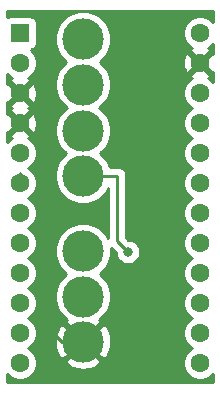
<source format=gbr>
%TF.GenerationSoftware,KiCad,Pcbnew,(5.1.10)-1*%
%TF.CreationDate,2023-06-15T14:08:20-05:00*%
%TF.ProjectId,1 Player,3120506c-6179-4657-922e-6b696361645f,rev?*%
%TF.SameCoordinates,Original*%
%TF.FileFunction,Copper,L1,Top*%
%TF.FilePolarity,Positive*%
%FSLAX46Y46*%
G04 Gerber Fmt 4.6, Leading zero omitted, Abs format (unit mm)*
G04 Created by KiCad (PCBNEW (5.1.10)-1) date 2023-06-15 14:08:20*
%MOMM*%
%LPD*%
G01*
G04 APERTURE LIST*
%TA.AperFunction,ComponentPad*%
%ADD10C,3.500000*%
%TD*%
%TA.AperFunction,ComponentPad*%
%ADD11C,1.600000*%
%TD*%
%TA.AperFunction,ComponentPad*%
%ADD12R,1.600000X1.600000*%
%TD*%
%TA.AperFunction,ViaPad*%
%ADD13C,0.800000*%
%TD*%
%TA.AperFunction,Conductor*%
%ADD14C,0.250000*%
%TD*%
%TA.AperFunction,Conductor*%
%ADD15C,0.254000*%
%TD*%
%TA.AperFunction,Conductor*%
%ADD16C,0.100000*%
%TD*%
G04 APERTURE END LIST*
D10*
%TO.P,PLAYER1,1*%
%TO.N,/VCC*%
X171704000Y-76708000D03*
%TO.P,PLAYER1,2*%
%TO.N,/CLOCK*%
X171704000Y-80568000D03*
%TO.P,PLAYER1,4*%
%TO.N,/DATA1*%
X171704000Y-88288000D03*
%TO.P,PLAYER1,3*%
%TO.N,/LATCH*%
X171704000Y-84468000D03*
%TO.P,PLAYER1,5*%
%TO.N,Net-(PLAYER1-Pad5)*%
X171704000Y-94668000D03*
%TO.P,PLAYER1,6*%
%TO.N,Net-(PLAYER1-Pad6)*%
X171704000Y-98518000D03*
%TO.P,PLAYER1,7*%
%TO.N,/GND*%
X171704000Y-102338000D03*
%TD*%
D11*
%TO.P,MCU1,24*%
%TO.N,Net-(MCU1-Pad24)*%
X181610000Y-76200000D03*
%TO.P,MCU1,23*%
%TO.N,/GND*%
X181610000Y-78740000D03*
%TO.P,MCU1,22*%
%TO.N,Net-(MCU1-Pad22)*%
X181610000Y-81280000D03*
%TO.P,MCU1,21*%
%TO.N,/VCC*%
X181610000Y-83820000D03*
%TO.P,MCU1,20*%
%TO.N,Net-(MCU1-Pad20)*%
X181610000Y-86360000D03*
%TO.P,MCU1,19*%
%TO.N,Net-(MCU1-Pad19)*%
X181610000Y-88900000D03*
%TO.P,MCU1,18*%
%TO.N,/DATA2*%
X181610000Y-91440000D03*
%TO.P,MCU1,17*%
%TO.N,/DATA1*%
X181610000Y-93980000D03*
%TO.P,MCU1,16*%
%TO.N,Net-(MCU1-Pad16)*%
X181610000Y-96520000D03*
%TO.P,MCU1,15*%
%TO.N,Net-(MCU1-Pad15)*%
X181610000Y-99060000D03*
%TO.P,MCU1,14*%
%TO.N,Net-(MCU1-Pad14)*%
X181610000Y-101600000D03*
%TO.P,MCU1,13*%
%TO.N,Net-(MCU1-Pad13)*%
X181610000Y-104140000D03*
%TO.P,MCU1,12*%
%TO.N,Net-(MCU1-Pad12)*%
X166370000Y-104140000D03*
%TO.P,MCU1,11*%
%TO.N,Net-(MCU1-Pad11)*%
X166370000Y-101600000D03*
%TO.P,MCU1,10*%
%TO.N,Net-(MCU1-Pad10)*%
X166370000Y-99060000D03*
%TO.P,MCU1,9*%
%TO.N,Net-(MCU1-Pad9)*%
X166370000Y-96520000D03*
%TO.P,MCU1,8*%
%TO.N,Net-(MCU1-Pad8)*%
X166370000Y-93980000D03*
%TO.P,MCU1,7*%
%TO.N,Net-(MCU1-Pad7)*%
X166370000Y-91440000D03*
%TO.P,MCU1,6*%
%TO.N,/CLOCK*%
X166370000Y-88900000D03*
%TO.P,MCU1,5*%
%TO.N,/LATCH*%
X166370000Y-86360000D03*
%TO.P,MCU1,4*%
%TO.N,/GND*%
X166370000Y-83820000D03*
%TO.P,MCU1,3*%
X166370000Y-81280000D03*
%TO.P,MCU1,2*%
%TO.N,Net-(MCU1-Pad2)*%
X166370000Y-78740000D03*
D12*
%TO.P,MCU1,1*%
%TO.N,Net-(MCU1-Pad1)*%
X166370000Y-76200000D03*
%TD*%
D13*
%TO.N,/DATA1*%
X175514000Y-94742000D03*
%TD*%
D14*
%TO.N,/GND*%
X171704000Y-102338000D02*
X169902000Y-102338000D01*
X169902000Y-102338000D02*
X168148000Y-100584000D01*
X168148000Y-85598000D02*
X166370000Y-83820000D01*
X168148000Y-100584000D02*
X168148000Y-85598000D01*
%TO.N,/DATA1*%
X174602000Y-88288000D02*
X174602000Y-93830000D01*
X171704000Y-88288000D02*
X174602000Y-88288000D01*
X174602000Y-93830000D02*
X175514000Y-94742000D01*
X175514000Y-94742000D02*
X175514000Y-94742000D01*
%TO.N,/CLOCK*%
X166370000Y-88900000D02*
X166370000Y-88025002D01*
%TD*%
D15*
%TO.N,/GND*%
X182728000Y-75290274D02*
X182724637Y-75285241D01*
X182524759Y-75085363D01*
X182289727Y-74928320D01*
X182028574Y-74820147D01*
X181751335Y-74765000D01*
X181468665Y-74765000D01*
X181191426Y-74820147D01*
X180930273Y-74928320D01*
X180695241Y-75085363D01*
X180495363Y-75285241D01*
X180338320Y-75520273D01*
X180230147Y-75781426D01*
X180175000Y-76058665D01*
X180175000Y-76341335D01*
X180230147Y-76618574D01*
X180338320Y-76879727D01*
X180495363Y-77114759D01*
X180695241Y-77314637D01*
X180929128Y-77470915D01*
X180868486Y-77503329D01*
X180796903Y-77747298D01*
X181610000Y-78560395D01*
X182423097Y-77747298D01*
X182351514Y-77503329D01*
X182287008Y-77472806D01*
X182289727Y-77471680D01*
X182524759Y-77314637D01*
X182724637Y-77114759D01*
X182728000Y-77109726D01*
X182728000Y-77963667D01*
X182602702Y-77926903D01*
X181789605Y-78740000D01*
X182602702Y-79553097D01*
X182728000Y-79516333D01*
X182728000Y-80370274D01*
X182724637Y-80365241D01*
X182524759Y-80165363D01*
X182290872Y-80009085D01*
X182351514Y-79976671D01*
X182423097Y-79732702D01*
X181610000Y-78919605D01*
X180796903Y-79732702D01*
X180868486Y-79976671D01*
X180932992Y-80007194D01*
X180930273Y-80008320D01*
X180695241Y-80165363D01*
X180495363Y-80365241D01*
X180338320Y-80600273D01*
X180230147Y-80861426D01*
X180175000Y-81138665D01*
X180175000Y-81421335D01*
X180230147Y-81698574D01*
X180338320Y-81959727D01*
X180495363Y-82194759D01*
X180695241Y-82394637D01*
X180927759Y-82550000D01*
X180695241Y-82705363D01*
X180495363Y-82905241D01*
X180338320Y-83140273D01*
X180230147Y-83401426D01*
X180175000Y-83678665D01*
X180175000Y-83961335D01*
X180230147Y-84238574D01*
X180338320Y-84499727D01*
X180495363Y-84734759D01*
X180695241Y-84934637D01*
X180927759Y-85090000D01*
X180695241Y-85245363D01*
X180495363Y-85445241D01*
X180338320Y-85680273D01*
X180230147Y-85941426D01*
X180175000Y-86218665D01*
X180175000Y-86501335D01*
X180230147Y-86778574D01*
X180338320Y-87039727D01*
X180495363Y-87274759D01*
X180695241Y-87474637D01*
X180927759Y-87630000D01*
X180695241Y-87785363D01*
X180495363Y-87985241D01*
X180338320Y-88220273D01*
X180230147Y-88481426D01*
X180175000Y-88758665D01*
X180175000Y-89041335D01*
X180230147Y-89318574D01*
X180338320Y-89579727D01*
X180495363Y-89814759D01*
X180695241Y-90014637D01*
X180927759Y-90170000D01*
X180695241Y-90325363D01*
X180495363Y-90525241D01*
X180338320Y-90760273D01*
X180230147Y-91021426D01*
X180175000Y-91298665D01*
X180175000Y-91581335D01*
X180230147Y-91858574D01*
X180338320Y-92119727D01*
X180495363Y-92354759D01*
X180695241Y-92554637D01*
X180927759Y-92710000D01*
X180695241Y-92865363D01*
X180495363Y-93065241D01*
X180338320Y-93300273D01*
X180230147Y-93561426D01*
X180175000Y-93838665D01*
X180175000Y-94121335D01*
X180230147Y-94398574D01*
X180338320Y-94659727D01*
X180495363Y-94894759D01*
X180695241Y-95094637D01*
X180927759Y-95250000D01*
X180695241Y-95405363D01*
X180495363Y-95605241D01*
X180338320Y-95840273D01*
X180230147Y-96101426D01*
X180175000Y-96378665D01*
X180175000Y-96661335D01*
X180230147Y-96938574D01*
X180338320Y-97199727D01*
X180495363Y-97434759D01*
X180695241Y-97634637D01*
X180927759Y-97790000D01*
X180695241Y-97945363D01*
X180495363Y-98145241D01*
X180338320Y-98380273D01*
X180230147Y-98641426D01*
X180175000Y-98918665D01*
X180175000Y-99201335D01*
X180230147Y-99478574D01*
X180338320Y-99739727D01*
X180495363Y-99974759D01*
X180695241Y-100174637D01*
X180927759Y-100330000D01*
X180695241Y-100485363D01*
X180495363Y-100685241D01*
X180338320Y-100920273D01*
X180230147Y-101181426D01*
X180175000Y-101458665D01*
X180175000Y-101741335D01*
X180230147Y-102018574D01*
X180338320Y-102279727D01*
X180495363Y-102514759D01*
X180695241Y-102714637D01*
X180927759Y-102870000D01*
X180695241Y-103025363D01*
X180495363Y-103225241D01*
X180338320Y-103460273D01*
X180230147Y-103721426D01*
X180175000Y-103998665D01*
X180175000Y-104281335D01*
X180230147Y-104558574D01*
X180338320Y-104819727D01*
X180495363Y-105054759D01*
X180695241Y-105254637D01*
X180930273Y-105411680D01*
X181191426Y-105519853D01*
X181468665Y-105575000D01*
X181751335Y-105575000D01*
X182028574Y-105519853D01*
X182289727Y-105411680D01*
X182524759Y-105254637D01*
X182724637Y-105054759D01*
X182728001Y-105049724D01*
X182728001Y-105766000D01*
X165252000Y-105766000D01*
X165252000Y-105049726D01*
X165255363Y-105054759D01*
X165455241Y-105254637D01*
X165690273Y-105411680D01*
X165951426Y-105519853D01*
X166228665Y-105575000D01*
X166511335Y-105575000D01*
X166788574Y-105519853D01*
X167049727Y-105411680D01*
X167284759Y-105254637D01*
X167484637Y-105054759D01*
X167641680Y-104819727D01*
X167749853Y-104558574D01*
X167805000Y-104281335D01*
X167805000Y-104007609D01*
X170213997Y-104007609D01*
X170400073Y-104348766D01*
X170817409Y-104564513D01*
X171268815Y-104694696D01*
X171736946Y-104734313D01*
X172203811Y-104681842D01*
X172651468Y-104539297D01*
X173007927Y-104348766D01*
X173194003Y-104007609D01*
X171704000Y-102517605D01*
X170213997Y-104007609D01*
X167805000Y-104007609D01*
X167805000Y-103998665D01*
X167749853Y-103721426D01*
X167641680Y-103460273D01*
X167484637Y-103225241D01*
X167284759Y-103025363D01*
X167052241Y-102870000D01*
X167284759Y-102714637D01*
X167484637Y-102514759D01*
X167580729Y-102370946D01*
X169307687Y-102370946D01*
X169360158Y-102837811D01*
X169502703Y-103285468D01*
X169693234Y-103641927D01*
X170034391Y-103828003D01*
X171524395Y-102338000D01*
X171883605Y-102338000D01*
X173373609Y-103828003D01*
X173714766Y-103641927D01*
X173930513Y-103224591D01*
X174060696Y-102773185D01*
X174100313Y-102305054D01*
X174047842Y-101838189D01*
X173905297Y-101390532D01*
X173714766Y-101034073D01*
X173373609Y-100847997D01*
X171883605Y-102338000D01*
X171524395Y-102338000D01*
X170034391Y-100847997D01*
X169693234Y-101034073D01*
X169477487Y-101451409D01*
X169347304Y-101902815D01*
X169307687Y-102370946D01*
X167580729Y-102370946D01*
X167641680Y-102279727D01*
X167749853Y-102018574D01*
X167805000Y-101741335D01*
X167805000Y-101458665D01*
X167749853Y-101181426D01*
X167641680Y-100920273D01*
X167484637Y-100685241D01*
X167284759Y-100485363D01*
X167052241Y-100330000D01*
X167284759Y-100174637D01*
X167484637Y-99974759D01*
X167641680Y-99739727D01*
X167749853Y-99478574D01*
X167805000Y-99201335D01*
X167805000Y-98918665D01*
X167749853Y-98641426D01*
X167641680Y-98380273D01*
X167484637Y-98145241D01*
X167284759Y-97945363D01*
X167052241Y-97790000D01*
X167284759Y-97634637D01*
X167484637Y-97434759D01*
X167641680Y-97199727D01*
X167749853Y-96938574D01*
X167805000Y-96661335D01*
X167805000Y-96378665D01*
X167749853Y-96101426D01*
X167641680Y-95840273D01*
X167484637Y-95605241D01*
X167284759Y-95405363D01*
X167052241Y-95250000D01*
X167284759Y-95094637D01*
X167484637Y-94894759D01*
X167641680Y-94659727D01*
X167749853Y-94398574D01*
X167805000Y-94121335D01*
X167805000Y-93838665D01*
X167749853Y-93561426D01*
X167641680Y-93300273D01*
X167484637Y-93065241D01*
X167284759Y-92865363D01*
X167052241Y-92710000D01*
X167284759Y-92554637D01*
X167484637Y-92354759D01*
X167641680Y-92119727D01*
X167749853Y-91858574D01*
X167805000Y-91581335D01*
X167805000Y-91298665D01*
X167749853Y-91021426D01*
X167641680Y-90760273D01*
X167484637Y-90525241D01*
X167284759Y-90325363D01*
X167052241Y-90170000D01*
X167284759Y-90014637D01*
X167484637Y-89814759D01*
X167641680Y-89579727D01*
X167749853Y-89318574D01*
X167805000Y-89041335D01*
X167805000Y-88758665D01*
X167749853Y-88481426D01*
X167641680Y-88220273D01*
X167484637Y-87985241D01*
X167284759Y-87785363D01*
X167052241Y-87630000D01*
X167284759Y-87474637D01*
X167484637Y-87274759D01*
X167641680Y-87039727D01*
X167749853Y-86778574D01*
X167805000Y-86501335D01*
X167805000Y-86218665D01*
X167749853Y-85941426D01*
X167641680Y-85680273D01*
X167484637Y-85445241D01*
X167284759Y-85245363D01*
X167050872Y-85089085D01*
X167111514Y-85056671D01*
X167183097Y-84812702D01*
X166370000Y-83999605D01*
X165556903Y-84812702D01*
X165628486Y-85056671D01*
X165692992Y-85087194D01*
X165690273Y-85088320D01*
X165455241Y-85245363D01*
X165255363Y-85445241D01*
X165252000Y-85450274D01*
X165252000Y-84596333D01*
X165377298Y-84633097D01*
X166190395Y-83820000D01*
X166549605Y-83820000D01*
X167362702Y-84633097D01*
X167606671Y-84561514D01*
X167727571Y-84306004D01*
X167796300Y-84031816D01*
X167810217Y-83749488D01*
X167768787Y-83469870D01*
X167673603Y-83203708D01*
X167606671Y-83078486D01*
X167362702Y-83006903D01*
X166549605Y-83820000D01*
X166190395Y-83820000D01*
X165377298Y-83006903D01*
X165252000Y-83043667D01*
X165252000Y-82272702D01*
X165556903Y-82272702D01*
X165628486Y-82516671D01*
X165694636Y-82547971D01*
X165628486Y-82583329D01*
X165556903Y-82827298D01*
X166370000Y-83640395D01*
X167183097Y-82827298D01*
X167111514Y-82583329D01*
X167045364Y-82552029D01*
X167111514Y-82516671D01*
X167183097Y-82272702D01*
X166370000Y-81459605D01*
X165556903Y-82272702D01*
X165252000Y-82272702D01*
X165252000Y-82056333D01*
X165377298Y-82093097D01*
X166190395Y-81280000D01*
X166549605Y-81280000D01*
X167362702Y-82093097D01*
X167606671Y-82021514D01*
X167727571Y-81766004D01*
X167796300Y-81491816D01*
X167810217Y-81209488D01*
X167768787Y-80929870D01*
X167673603Y-80663708D01*
X167606671Y-80538486D01*
X167362702Y-80466903D01*
X166549605Y-81280000D01*
X166190395Y-81280000D01*
X165377298Y-80466903D01*
X165252000Y-80503667D01*
X165252000Y-79649726D01*
X165255363Y-79654759D01*
X165455241Y-79854637D01*
X165689128Y-80010915D01*
X165628486Y-80043329D01*
X165556903Y-80287298D01*
X166370000Y-81100395D01*
X167183097Y-80287298D01*
X167111514Y-80043329D01*
X167047008Y-80012806D01*
X167049727Y-80011680D01*
X167284759Y-79854637D01*
X167484637Y-79654759D01*
X167641680Y-79419727D01*
X167749853Y-79158574D01*
X167805000Y-78881335D01*
X167805000Y-78598665D01*
X167749853Y-78321426D01*
X167641680Y-78060273D01*
X167484637Y-77825241D01*
X167286039Y-77626643D01*
X167294482Y-77625812D01*
X167414180Y-77589502D01*
X167524494Y-77530537D01*
X167621185Y-77451185D01*
X167700537Y-77354494D01*
X167759502Y-77244180D01*
X167795812Y-77124482D01*
X167808072Y-77000000D01*
X167808072Y-76473098D01*
X169319000Y-76473098D01*
X169319000Y-76942902D01*
X169410654Y-77403679D01*
X169590440Y-77837721D01*
X169851450Y-78228349D01*
X170183651Y-78560550D01*
X170299563Y-78638000D01*
X170183651Y-78715450D01*
X169851450Y-79047651D01*
X169590440Y-79438279D01*
X169410654Y-79872321D01*
X169319000Y-80333098D01*
X169319000Y-80802902D01*
X169410654Y-81263679D01*
X169590440Y-81697721D01*
X169851450Y-82088349D01*
X170183651Y-82420550D01*
X170329495Y-82518000D01*
X170183651Y-82615450D01*
X169851450Y-82947651D01*
X169590440Y-83338279D01*
X169410654Y-83772321D01*
X169319000Y-84233098D01*
X169319000Y-84702902D01*
X169410654Y-85163679D01*
X169590440Y-85597721D01*
X169851450Y-85988349D01*
X170183651Y-86320550D01*
X170269631Y-86378000D01*
X170183651Y-86435450D01*
X169851450Y-86767651D01*
X169590440Y-87158279D01*
X169410654Y-87592321D01*
X169319000Y-88053098D01*
X169319000Y-88522902D01*
X169410654Y-88983679D01*
X169590440Y-89417721D01*
X169851450Y-89808349D01*
X170183651Y-90140550D01*
X170574279Y-90401560D01*
X171008321Y-90581346D01*
X171469098Y-90673000D01*
X171938902Y-90673000D01*
X172399679Y-90581346D01*
X172833721Y-90401560D01*
X173224349Y-90140550D01*
X173556550Y-89808349D01*
X173817560Y-89417721D01*
X173842000Y-89358717D01*
X173842001Y-93597285D01*
X173817560Y-93538279D01*
X173556550Y-93147651D01*
X173224349Y-92815450D01*
X172833721Y-92554440D01*
X172399679Y-92374654D01*
X171938902Y-92283000D01*
X171469098Y-92283000D01*
X171008321Y-92374654D01*
X170574279Y-92554440D01*
X170183651Y-92815450D01*
X169851450Y-93147651D01*
X169590440Y-93538279D01*
X169410654Y-93972321D01*
X169319000Y-94433098D01*
X169319000Y-94902902D01*
X169410654Y-95363679D01*
X169590440Y-95797721D01*
X169851450Y-96188349D01*
X170183651Y-96520550D01*
X170292080Y-96593000D01*
X170183651Y-96665450D01*
X169851450Y-96997651D01*
X169590440Y-97388279D01*
X169410654Y-97822321D01*
X169319000Y-98283098D01*
X169319000Y-98752902D01*
X169410654Y-99213679D01*
X169590440Y-99647721D01*
X169851450Y-100038349D01*
X170183651Y-100370550D01*
X170324951Y-100464964D01*
X170213997Y-100668391D01*
X171704000Y-102158395D01*
X173194003Y-100668391D01*
X173083049Y-100464964D01*
X173224349Y-100370550D01*
X173556550Y-100038349D01*
X173817560Y-99647721D01*
X173997346Y-99213679D01*
X174089000Y-98752902D01*
X174089000Y-98283098D01*
X173997346Y-97822321D01*
X173817560Y-97388279D01*
X173556550Y-96997651D01*
X173224349Y-96665450D01*
X173115920Y-96593000D01*
X173224349Y-96520550D01*
X173556550Y-96188349D01*
X173817560Y-95797721D01*
X173997346Y-95363679D01*
X174089000Y-94902902D01*
X174089000Y-94433098D01*
X174079268Y-94384173D01*
X174090998Y-94393799D01*
X174479000Y-94781801D01*
X174479000Y-94843939D01*
X174518774Y-95043898D01*
X174596795Y-95232256D01*
X174710063Y-95401774D01*
X174854226Y-95545937D01*
X175023744Y-95659205D01*
X175212102Y-95737226D01*
X175412061Y-95777000D01*
X175615939Y-95777000D01*
X175815898Y-95737226D01*
X176004256Y-95659205D01*
X176173774Y-95545937D01*
X176317937Y-95401774D01*
X176431205Y-95232256D01*
X176509226Y-95043898D01*
X176549000Y-94843939D01*
X176549000Y-94640061D01*
X176509226Y-94440102D01*
X176431205Y-94251744D01*
X176317937Y-94082226D01*
X176173774Y-93938063D01*
X176004256Y-93824795D01*
X175815898Y-93746774D01*
X175615939Y-93707000D01*
X175553801Y-93707000D01*
X175362000Y-93515199D01*
X175362000Y-88325333D01*
X175365677Y-88288000D01*
X175351003Y-88139014D01*
X175307546Y-87995753D01*
X175236974Y-87863724D01*
X175142001Y-87747999D01*
X175026276Y-87653026D01*
X174894247Y-87582454D01*
X174750986Y-87538997D01*
X174639333Y-87528000D01*
X174602000Y-87524323D01*
X174564667Y-87528000D01*
X173970703Y-87528000D01*
X173817560Y-87158279D01*
X173556550Y-86767651D01*
X173224349Y-86435450D01*
X173138369Y-86378000D01*
X173224349Y-86320550D01*
X173556550Y-85988349D01*
X173817560Y-85597721D01*
X173997346Y-85163679D01*
X174089000Y-84702902D01*
X174089000Y-84233098D01*
X173997346Y-83772321D01*
X173817560Y-83338279D01*
X173556550Y-82947651D01*
X173224349Y-82615450D01*
X173078505Y-82518000D01*
X173224349Y-82420550D01*
X173556550Y-82088349D01*
X173817560Y-81697721D01*
X173997346Y-81263679D01*
X174089000Y-80802902D01*
X174089000Y-80333098D01*
X173997346Y-79872321D01*
X173817560Y-79438279D01*
X173556550Y-79047651D01*
X173319411Y-78810512D01*
X180169783Y-78810512D01*
X180211213Y-79090130D01*
X180306397Y-79356292D01*
X180373329Y-79481514D01*
X180617298Y-79553097D01*
X181430395Y-78740000D01*
X180617298Y-77926903D01*
X180373329Y-77998486D01*
X180252429Y-78253996D01*
X180183700Y-78528184D01*
X180169783Y-78810512D01*
X173319411Y-78810512D01*
X173224349Y-78715450D01*
X173108437Y-78638000D01*
X173224349Y-78560550D01*
X173556550Y-78228349D01*
X173817560Y-77837721D01*
X173997346Y-77403679D01*
X174089000Y-76942902D01*
X174089000Y-76473098D01*
X173997346Y-76012321D01*
X173817560Y-75578279D01*
X173556550Y-75187651D01*
X173224349Y-74855450D01*
X172833721Y-74594440D01*
X172399679Y-74414654D01*
X171938902Y-74323000D01*
X171469098Y-74323000D01*
X171008321Y-74414654D01*
X170574279Y-74594440D01*
X170183651Y-74855450D01*
X169851450Y-75187651D01*
X169590440Y-75578279D01*
X169410654Y-76012321D01*
X169319000Y-76473098D01*
X167808072Y-76473098D01*
X167808072Y-75400000D01*
X167795812Y-75275518D01*
X167759502Y-75155820D01*
X167700537Y-75045506D01*
X167621185Y-74948815D01*
X167524494Y-74869463D01*
X167414180Y-74810498D01*
X167294482Y-74774188D01*
X167170000Y-74761928D01*
X165570000Y-74761928D01*
X165445518Y-74774188D01*
X165325820Y-74810498D01*
X165252000Y-74849956D01*
X165252000Y-74320000D01*
X182728000Y-74320000D01*
X182728000Y-75290274D01*
%TA.AperFunction,Conductor*%
D16*
G36*
X182728000Y-75290274D02*
G01*
X182724637Y-75285241D01*
X182524759Y-75085363D01*
X182289727Y-74928320D01*
X182028574Y-74820147D01*
X181751335Y-74765000D01*
X181468665Y-74765000D01*
X181191426Y-74820147D01*
X180930273Y-74928320D01*
X180695241Y-75085363D01*
X180495363Y-75285241D01*
X180338320Y-75520273D01*
X180230147Y-75781426D01*
X180175000Y-76058665D01*
X180175000Y-76341335D01*
X180230147Y-76618574D01*
X180338320Y-76879727D01*
X180495363Y-77114759D01*
X180695241Y-77314637D01*
X180929128Y-77470915D01*
X180868486Y-77503329D01*
X180796903Y-77747298D01*
X181610000Y-78560395D01*
X182423097Y-77747298D01*
X182351514Y-77503329D01*
X182287008Y-77472806D01*
X182289727Y-77471680D01*
X182524759Y-77314637D01*
X182724637Y-77114759D01*
X182728000Y-77109726D01*
X182728000Y-77963667D01*
X182602702Y-77926903D01*
X181789605Y-78740000D01*
X182602702Y-79553097D01*
X182728000Y-79516333D01*
X182728000Y-80370274D01*
X182724637Y-80365241D01*
X182524759Y-80165363D01*
X182290872Y-80009085D01*
X182351514Y-79976671D01*
X182423097Y-79732702D01*
X181610000Y-78919605D01*
X180796903Y-79732702D01*
X180868486Y-79976671D01*
X180932992Y-80007194D01*
X180930273Y-80008320D01*
X180695241Y-80165363D01*
X180495363Y-80365241D01*
X180338320Y-80600273D01*
X180230147Y-80861426D01*
X180175000Y-81138665D01*
X180175000Y-81421335D01*
X180230147Y-81698574D01*
X180338320Y-81959727D01*
X180495363Y-82194759D01*
X180695241Y-82394637D01*
X180927759Y-82550000D01*
X180695241Y-82705363D01*
X180495363Y-82905241D01*
X180338320Y-83140273D01*
X180230147Y-83401426D01*
X180175000Y-83678665D01*
X180175000Y-83961335D01*
X180230147Y-84238574D01*
X180338320Y-84499727D01*
X180495363Y-84734759D01*
X180695241Y-84934637D01*
X180927759Y-85090000D01*
X180695241Y-85245363D01*
X180495363Y-85445241D01*
X180338320Y-85680273D01*
X180230147Y-85941426D01*
X180175000Y-86218665D01*
X180175000Y-86501335D01*
X180230147Y-86778574D01*
X180338320Y-87039727D01*
X180495363Y-87274759D01*
X180695241Y-87474637D01*
X180927759Y-87630000D01*
X180695241Y-87785363D01*
X180495363Y-87985241D01*
X180338320Y-88220273D01*
X180230147Y-88481426D01*
X180175000Y-88758665D01*
X180175000Y-89041335D01*
X180230147Y-89318574D01*
X180338320Y-89579727D01*
X180495363Y-89814759D01*
X180695241Y-90014637D01*
X180927759Y-90170000D01*
X180695241Y-90325363D01*
X180495363Y-90525241D01*
X180338320Y-90760273D01*
X180230147Y-91021426D01*
X180175000Y-91298665D01*
X180175000Y-91581335D01*
X180230147Y-91858574D01*
X180338320Y-92119727D01*
X180495363Y-92354759D01*
X180695241Y-92554637D01*
X180927759Y-92710000D01*
X180695241Y-92865363D01*
X180495363Y-93065241D01*
X180338320Y-93300273D01*
X180230147Y-93561426D01*
X180175000Y-93838665D01*
X180175000Y-94121335D01*
X180230147Y-94398574D01*
X180338320Y-94659727D01*
X180495363Y-94894759D01*
X180695241Y-95094637D01*
X180927759Y-95250000D01*
X180695241Y-95405363D01*
X180495363Y-95605241D01*
X180338320Y-95840273D01*
X180230147Y-96101426D01*
X180175000Y-96378665D01*
X180175000Y-96661335D01*
X180230147Y-96938574D01*
X180338320Y-97199727D01*
X180495363Y-97434759D01*
X180695241Y-97634637D01*
X180927759Y-97790000D01*
X180695241Y-97945363D01*
X180495363Y-98145241D01*
X180338320Y-98380273D01*
X180230147Y-98641426D01*
X180175000Y-98918665D01*
X180175000Y-99201335D01*
X180230147Y-99478574D01*
X180338320Y-99739727D01*
X180495363Y-99974759D01*
X180695241Y-100174637D01*
X180927759Y-100330000D01*
X180695241Y-100485363D01*
X180495363Y-100685241D01*
X180338320Y-100920273D01*
X180230147Y-101181426D01*
X180175000Y-101458665D01*
X180175000Y-101741335D01*
X180230147Y-102018574D01*
X180338320Y-102279727D01*
X180495363Y-102514759D01*
X180695241Y-102714637D01*
X180927759Y-102870000D01*
X180695241Y-103025363D01*
X180495363Y-103225241D01*
X180338320Y-103460273D01*
X180230147Y-103721426D01*
X180175000Y-103998665D01*
X180175000Y-104281335D01*
X180230147Y-104558574D01*
X180338320Y-104819727D01*
X180495363Y-105054759D01*
X180695241Y-105254637D01*
X180930273Y-105411680D01*
X181191426Y-105519853D01*
X181468665Y-105575000D01*
X181751335Y-105575000D01*
X182028574Y-105519853D01*
X182289727Y-105411680D01*
X182524759Y-105254637D01*
X182724637Y-105054759D01*
X182728001Y-105049724D01*
X182728001Y-105766000D01*
X165252000Y-105766000D01*
X165252000Y-105049726D01*
X165255363Y-105054759D01*
X165455241Y-105254637D01*
X165690273Y-105411680D01*
X165951426Y-105519853D01*
X166228665Y-105575000D01*
X166511335Y-105575000D01*
X166788574Y-105519853D01*
X167049727Y-105411680D01*
X167284759Y-105254637D01*
X167484637Y-105054759D01*
X167641680Y-104819727D01*
X167749853Y-104558574D01*
X167805000Y-104281335D01*
X167805000Y-104007609D01*
X170213997Y-104007609D01*
X170400073Y-104348766D01*
X170817409Y-104564513D01*
X171268815Y-104694696D01*
X171736946Y-104734313D01*
X172203811Y-104681842D01*
X172651468Y-104539297D01*
X173007927Y-104348766D01*
X173194003Y-104007609D01*
X171704000Y-102517605D01*
X170213997Y-104007609D01*
X167805000Y-104007609D01*
X167805000Y-103998665D01*
X167749853Y-103721426D01*
X167641680Y-103460273D01*
X167484637Y-103225241D01*
X167284759Y-103025363D01*
X167052241Y-102870000D01*
X167284759Y-102714637D01*
X167484637Y-102514759D01*
X167580729Y-102370946D01*
X169307687Y-102370946D01*
X169360158Y-102837811D01*
X169502703Y-103285468D01*
X169693234Y-103641927D01*
X170034391Y-103828003D01*
X171524395Y-102338000D01*
X171883605Y-102338000D01*
X173373609Y-103828003D01*
X173714766Y-103641927D01*
X173930513Y-103224591D01*
X174060696Y-102773185D01*
X174100313Y-102305054D01*
X174047842Y-101838189D01*
X173905297Y-101390532D01*
X173714766Y-101034073D01*
X173373609Y-100847997D01*
X171883605Y-102338000D01*
X171524395Y-102338000D01*
X170034391Y-100847997D01*
X169693234Y-101034073D01*
X169477487Y-101451409D01*
X169347304Y-101902815D01*
X169307687Y-102370946D01*
X167580729Y-102370946D01*
X167641680Y-102279727D01*
X167749853Y-102018574D01*
X167805000Y-101741335D01*
X167805000Y-101458665D01*
X167749853Y-101181426D01*
X167641680Y-100920273D01*
X167484637Y-100685241D01*
X167284759Y-100485363D01*
X167052241Y-100330000D01*
X167284759Y-100174637D01*
X167484637Y-99974759D01*
X167641680Y-99739727D01*
X167749853Y-99478574D01*
X167805000Y-99201335D01*
X167805000Y-98918665D01*
X167749853Y-98641426D01*
X167641680Y-98380273D01*
X167484637Y-98145241D01*
X167284759Y-97945363D01*
X167052241Y-97790000D01*
X167284759Y-97634637D01*
X167484637Y-97434759D01*
X167641680Y-97199727D01*
X167749853Y-96938574D01*
X167805000Y-96661335D01*
X167805000Y-96378665D01*
X167749853Y-96101426D01*
X167641680Y-95840273D01*
X167484637Y-95605241D01*
X167284759Y-95405363D01*
X167052241Y-95250000D01*
X167284759Y-95094637D01*
X167484637Y-94894759D01*
X167641680Y-94659727D01*
X167749853Y-94398574D01*
X167805000Y-94121335D01*
X167805000Y-93838665D01*
X167749853Y-93561426D01*
X167641680Y-93300273D01*
X167484637Y-93065241D01*
X167284759Y-92865363D01*
X167052241Y-92710000D01*
X167284759Y-92554637D01*
X167484637Y-92354759D01*
X167641680Y-92119727D01*
X167749853Y-91858574D01*
X167805000Y-91581335D01*
X167805000Y-91298665D01*
X167749853Y-91021426D01*
X167641680Y-90760273D01*
X167484637Y-90525241D01*
X167284759Y-90325363D01*
X167052241Y-90170000D01*
X167284759Y-90014637D01*
X167484637Y-89814759D01*
X167641680Y-89579727D01*
X167749853Y-89318574D01*
X167805000Y-89041335D01*
X167805000Y-88758665D01*
X167749853Y-88481426D01*
X167641680Y-88220273D01*
X167484637Y-87985241D01*
X167284759Y-87785363D01*
X167052241Y-87630000D01*
X167284759Y-87474637D01*
X167484637Y-87274759D01*
X167641680Y-87039727D01*
X167749853Y-86778574D01*
X167805000Y-86501335D01*
X167805000Y-86218665D01*
X167749853Y-85941426D01*
X167641680Y-85680273D01*
X167484637Y-85445241D01*
X167284759Y-85245363D01*
X167050872Y-85089085D01*
X167111514Y-85056671D01*
X167183097Y-84812702D01*
X166370000Y-83999605D01*
X165556903Y-84812702D01*
X165628486Y-85056671D01*
X165692992Y-85087194D01*
X165690273Y-85088320D01*
X165455241Y-85245363D01*
X165255363Y-85445241D01*
X165252000Y-85450274D01*
X165252000Y-84596333D01*
X165377298Y-84633097D01*
X166190395Y-83820000D01*
X166549605Y-83820000D01*
X167362702Y-84633097D01*
X167606671Y-84561514D01*
X167727571Y-84306004D01*
X167796300Y-84031816D01*
X167810217Y-83749488D01*
X167768787Y-83469870D01*
X167673603Y-83203708D01*
X167606671Y-83078486D01*
X167362702Y-83006903D01*
X166549605Y-83820000D01*
X166190395Y-83820000D01*
X165377298Y-83006903D01*
X165252000Y-83043667D01*
X165252000Y-82272702D01*
X165556903Y-82272702D01*
X165628486Y-82516671D01*
X165694636Y-82547971D01*
X165628486Y-82583329D01*
X165556903Y-82827298D01*
X166370000Y-83640395D01*
X167183097Y-82827298D01*
X167111514Y-82583329D01*
X167045364Y-82552029D01*
X167111514Y-82516671D01*
X167183097Y-82272702D01*
X166370000Y-81459605D01*
X165556903Y-82272702D01*
X165252000Y-82272702D01*
X165252000Y-82056333D01*
X165377298Y-82093097D01*
X166190395Y-81280000D01*
X166549605Y-81280000D01*
X167362702Y-82093097D01*
X167606671Y-82021514D01*
X167727571Y-81766004D01*
X167796300Y-81491816D01*
X167810217Y-81209488D01*
X167768787Y-80929870D01*
X167673603Y-80663708D01*
X167606671Y-80538486D01*
X167362702Y-80466903D01*
X166549605Y-81280000D01*
X166190395Y-81280000D01*
X165377298Y-80466903D01*
X165252000Y-80503667D01*
X165252000Y-79649726D01*
X165255363Y-79654759D01*
X165455241Y-79854637D01*
X165689128Y-80010915D01*
X165628486Y-80043329D01*
X165556903Y-80287298D01*
X166370000Y-81100395D01*
X167183097Y-80287298D01*
X167111514Y-80043329D01*
X167047008Y-80012806D01*
X167049727Y-80011680D01*
X167284759Y-79854637D01*
X167484637Y-79654759D01*
X167641680Y-79419727D01*
X167749853Y-79158574D01*
X167805000Y-78881335D01*
X167805000Y-78598665D01*
X167749853Y-78321426D01*
X167641680Y-78060273D01*
X167484637Y-77825241D01*
X167286039Y-77626643D01*
X167294482Y-77625812D01*
X167414180Y-77589502D01*
X167524494Y-77530537D01*
X167621185Y-77451185D01*
X167700537Y-77354494D01*
X167759502Y-77244180D01*
X167795812Y-77124482D01*
X167808072Y-77000000D01*
X167808072Y-76473098D01*
X169319000Y-76473098D01*
X169319000Y-76942902D01*
X169410654Y-77403679D01*
X169590440Y-77837721D01*
X169851450Y-78228349D01*
X170183651Y-78560550D01*
X170299563Y-78638000D01*
X170183651Y-78715450D01*
X169851450Y-79047651D01*
X169590440Y-79438279D01*
X169410654Y-79872321D01*
X169319000Y-80333098D01*
X169319000Y-80802902D01*
X169410654Y-81263679D01*
X169590440Y-81697721D01*
X169851450Y-82088349D01*
X170183651Y-82420550D01*
X170329495Y-82518000D01*
X170183651Y-82615450D01*
X169851450Y-82947651D01*
X169590440Y-83338279D01*
X169410654Y-83772321D01*
X169319000Y-84233098D01*
X169319000Y-84702902D01*
X169410654Y-85163679D01*
X169590440Y-85597721D01*
X169851450Y-85988349D01*
X170183651Y-86320550D01*
X170269631Y-86378000D01*
X170183651Y-86435450D01*
X169851450Y-86767651D01*
X169590440Y-87158279D01*
X169410654Y-87592321D01*
X169319000Y-88053098D01*
X169319000Y-88522902D01*
X169410654Y-88983679D01*
X169590440Y-89417721D01*
X169851450Y-89808349D01*
X170183651Y-90140550D01*
X170574279Y-90401560D01*
X171008321Y-90581346D01*
X171469098Y-90673000D01*
X171938902Y-90673000D01*
X172399679Y-90581346D01*
X172833721Y-90401560D01*
X173224349Y-90140550D01*
X173556550Y-89808349D01*
X173817560Y-89417721D01*
X173842000Y-89358717D01*
X173842001Y-93597285D01*
X173817560Y-93538279D01*
X173556550Y-93147651D01*
X173224349Y-92815450D01*
X172833721Y-92554440D01*
X172399679Y-92374654D01*
X171938902Y-92283000D01*
X171469098Y-92283000D01*
X171008321Y-92374654D01*
X170574279Y-92554440D01*
X170183651Y-92815450D01*
X169851450Y-93147651D01*
X169590440Y-93538279D01*
X169410654Y-93972321D01*
X169319000Y-94433098D01*
X169319000Y-94902902D01*
X169410654Y-95363679D01*
X169590440Y-95797721D01*
X169851450Y-96188349D01*
X170183651Y-96520550D01*
X170292080Y-96593000D01*
X170183651Y-96665450D01*
X169851450Y-96997651D01*
X169590440Y-97388279D01*
X169410654Y-97822321D01*
X169319000Y-98283098D01*
X169319000Y-98752902D01*
X169410654Y-99213679D01*
X169590440Y-99647721D01*
X169851450Y-100038349D01*
X170183651Y-100370550D01*
X170324951Y-100464964D01*
X170213997Y-100668391D01*
X171704000Y-102158395D01*
X173194003Y-100668391D01*
X173083049Y-100464964D01*
X173224349Y-100370550D01*
X173556550Y-100038349D01*
X173817560Y-99647721D01*
X173997346Y-99213679D01*
X174089000Y-98752902D01*
X174089000Y-98283098D01*
X173997346Y-97822321D01*
X173817560Y-97388279D01*
X173556550Y-96997651D01*
X173224349Y-96665450D01*
X173115920Y-96593000D01*
X173224349Y-96520550D01*
X173556550Y-96188349D01*
X173817560Y-95797721D01*
X173997346Y-95363679D01*
X174089000Y-94902902D01*
X174089000Y-94433098D01*
X174079268Y-94384173D01*
X174090998Y-94393799D01*
X174479000Y-94781801D01*
X174479000Y-94843939D01*
X174518774Y-95043898D01*
X174596795Y-95232256D01*
X174710063Y-95401774D01*
X174854226Y-95545937D01*
X175023744Y-95659205D01*
X175212102Y-95737226D01*
X175412061Y-95777000D01*
X175615939Y-95777000D01*
X175815898Y-95737226D01*
X176004256Y-95659205D01*
X176173774Y-95545937D01*
X176317937Y-95401774D01*
X176431205Y-95232256D01*
X176509226Y-95043898D01*
X176549000Y-94843939D01*
X176549000Y-94640061D01*
X176509226Y-94440102D01*
X176431205Y-94251744D01*
X176317937Y-94082226D01*
X176173774Y-93938063D01*
X176004256Y-93824795D01*
X175815898Y-93746774D01*
X175615939Y-93707000D01*
X175553801Y-93707000D01*
X175362000Y-93515199D01*
X175362000Y-88325333D01*
X175365677Y-88288000D01*
X175351003Y-88139014D01*
X175307546Y-87995753D01*
X175236974Y-87863724D01*
X175142001Y-87747999D01*
X175026276Y-87653026D01*
X174894247Y-87582454D01*
X174750986Y-87538997D01*
X174639333Y-87528000D01*
X174602000Y-87524323D01*
X174564667Y-87528000D01*
X173970703Y-87528000D01*
X173817560Y-87158279D01*
X173556550Y-86767651D01*
X173224349Y-86435450D01*
X173138369Y-86378000D01*
X173224349Y-86320550D01*
X173556550Y-85988349D01*
X173817560Y-85597721D01*
X173997346Y-85163679D01*
X174089000Y-84702902D01*
X174089000Y-84233098D01*
X173997346Y-83772321D01*
X173817560Y-83338279D01*
X173556550Y-82947651D01*
X173224349Y-82615450D01*
X173078505Y-82518000D01*
X173224349Y-82420550D01*
X173556550Y-82088349D01*
X173817560Y-81697721D01*
X173997346Y-81263679D01*
X174089000Y-80802902D01*
X174089000Y-80333098D01*
X173997346Y-79872321D01*
X173817560Y-79438279D01*
X173556550Y-79047651D01*
X173319411Y-78810512D01*
X180169783Y-78810512D01*
X180211213Y-79090130D01*
X180306397Y-79356292D01*
X180373329Y-79481514D01*
X180617298Y-79553097D01*
X181430395Y-78740000D01*
X180617298Y-77926903D01*
X180373329Y-77998486D01*
X180252429Y-78253996D01*
X180183700Y-78528184D01*
X180169783Y-78810512D01*
X173319411Y-78810512D01*
X173224349Y-78715450D01*
X173108437Y-78638000D01*
X173224349Y-78560550D01*
X173556550Y-78228349D01*
X173817560Y-77837721D01*
X173997346Y-77403679D01*
X174089000Y-76942902D01*
X174089000Y-76473098D01*
X173997346Y-76012321D01*
X173817560Y-75578279D01*
X173556550Y-75187651D01*
X173224349Y-74855450D01*
X172833721Y-74594440D01*
X172399679Y-74414654D01*
X171938902Y-74323000D01*
X171469098Y-74323000D01*
X171008321Y-74414654D01*
X170574279Y-74594440D01*
X170183651Y-74855450D01*
X169851450Y-75187651D01*
X169590440Y-75578279D01*
X169410654Y-76012321D01*
X169319000Y-76473098D01*
X167808072Y-76473098D01*
X167808072Y-75400000D01*
X167795812Y-75275518D01*
X167759502Y-75155820D01*
X167700537Y-75045506D01*
X167621185Y-74948815D01*
X167524494Y-74869463D01*
X167414180Y-74810498D01*
X167294482Y-74774188D01*
X167170000Y-74761928D01*
X165570000Y-74761928D01*
X165445518Y-74774188D01*
X165325820Y-74810498D01*
X165252000Y-74849956D01*
X165252000Y-74320000D01*
X182728000Y-74320000D01*
X182728000Y-75290274D01*
G37*
%TD.AperFunction*%
%TD*%
M02*

</source>
